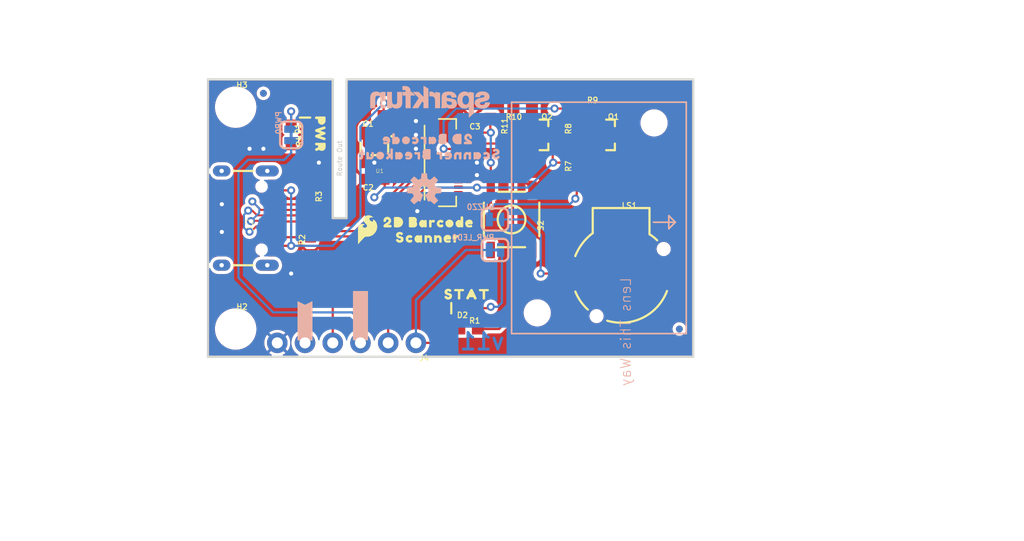
<source format=kicad_pcb>
(kicad_pcb (version 20221018) (generator pcbnew)
  (layers (0 "F.Cu" signal) (31 "B.Cu" signal) (34 "B.Paste" user) (35 "F.Paste" user) (36 "B.SilkS" user "B.Silkscreen") (37 "F.SilkS" user "F.Silkscreen") (38 "B.Mask" user) (39 "F.Mask" user) (44 "Edge.Cuts" user))
  (net 0 "")
  (net 1 "GND")
  (net 2 "3.3V")
  (net 3 "TXO")
  (net 4 "RXI")
  (net 5 "5V")
  (net 6 "CC3")
  (net 7 "CC4")
  (net 8 "BUZZER")
  (net 9 "STATUS_LED")
  (net 10 "~{SCAN_TRIGGER}")
  (net 11 "N$2")
  (net 12 "N$5")
  (net 13 "N$4")
  (net 14 "N$7")
  (net 15 "USB_N")
  (net 16 "USB_P")
  (net 17 "STATUS_OUT")
  (net 18 "N$8")
  (net 19 "N$1")
  (net 20 "N$3")
  (net 21 "N$6")
  (net 22 "N$9")
  (footprint "working:0603" (layer "F.Cu") (at 135.6741 102.4636 -90)
    (fp_text reference "R3" (at 0 -0.762 90) (layer "F.SilkS") (effects (font (size 0.512064 0.512064) (thickness 0.097536)) (justify right)))
    (fp_text value "5.1k")
    (pad "1" smd roundrect (at -0.85 0 270) (size 1.1 1) (layers "F.Cu" "F.Paste" "F.Mask") (roundrect_rratio 0.0508) (net 1 "GND"))
    (pad "2" smd roundrect (at 0.85 0 270) (size 1.1 1) (layers "F.Cu" "F.Paste" "F.Mask") (roundrect_rratio 0.0508) (net 6 "CC3"))
  )
  (footprint "working:##TRIG##0" (layer "F.Cu") (at 142.7861 111.2266 -90)
    (fp_text reference "U$1" hide)
    (fp_text value "" hide)
  )
  (footprint "working:STAND-OFF" (layer "F.Cu") (at 128.8161 115.1636)
    (fp_text reference "H2" (at 0 -2.032) (layer "F.SilkS") (effects (font (size 0.512064 0.512064) (thickness 0.097536)) (justify left)))
    (fp_text value "STAND-OFF")
    (pad "" np_thru_hole circle (at 0 0) (size 3.302 3.302) (drill 3.302) (layers "*.Cu" "*.Mask"))
  )
  (footprint "working:1X06_NO_SILK" (layer "F.Cu") (at 145.3261 116.4336 180)
    (fp_text reference "J4" (at -1.27 -1.397) (layer "F.SilkS") (effects (font (size 0.512064 0.512064) (thickness 0.097536)) (justify right)))
    (fp_text value "")
    (pad "1" thru_hole circle (at 0 0 270) (size 1.8796 1.8796) (drill 1.016) (layers "*.Cu" "*.Mask") (net 17 "STATUS_OUT"))
    (pad "2" thru_hole circle (at 2.54 0 270) (size 1.8796 1.8796) (drill 1.016) (layers "*.Cu" "*.Mask") (net 10 "~{SCAN_TRIGGER}"))
    (pad "3" thru_hole circle (at 5.08 0 270) (size 1.8796 1.8796) (drill 1.016) (layers "*.Cu" "*.Mask") (net 2 "3.3V"))
    (pad "4" thru_hole circle (at 7.62 0 270) (size 1.8796 1.8796) (drill 1.016) (layers "*.Cu" "*.Mask") (net 4 "RXI"))
    (pad "5" thru_hole circle (at 10.16 0 270) (size 1.8796 1.8796) (drill 1.016) (layers "*.Cu" "*.Mask") (net 3 "TXO"))
    (pad "6" thru_hole circle (at 12.7 0 270) (size 1.8796 1.8796) (drill 1.016) (layers "*.Cu" "*.Mask") (net 1 "GND"))
  )
  (footprint "working:USB-C-16P-2LAYER-PADS" (layer "F.Cu") (at 132.6261 105.0036 -90)
    (fp_text reference "J2" (at 0 2.54 90) (layer "F.SilkS") (effects (font (size 0.705917 0.705917) (thickness 0.056083)) (justify right)))
    (fp_text value "")
    (fp_poly (pts (xy -4.187285 -0.122834) (xy -4.065478 -0.07238) (xy -3.960881 0.007881) (xy -3.88062 0.112478) (xy -3.830166 0.234285) (xy -3.813 0.364672) (xy -3.813 1.465328) (xy -3.830166 1.595715) (xy -3.88062 1.717522) (xy -3.960881 1.822119) (xy -4.065478 1.90238) (xy -4.187285 1.952834) (xy -4.318 1.970043) (xy -4.448715 1.952834) (xy -4.570522 1.90238) (xy -4.675119 1.822119) (xy -4.755585 1.717255) (xy -4.823 1.465658) (xy -4.823 0.364672) (xy -4.805834 0.234285) (xy -4.75538 0.112478) (xy -4.675119 0.007881) (xy -4.570255 -0.072585) (xy -4.318333 -0.140087)) (fill solid) (layer "F.Cu"))
    (fp_poly (pts (xy -4.187285 4.307166) (xy -4.065478 4.35762) (xy -3.960881 4.437881) (xy -3.88062 4.542478) (xy -3.830166 4.664285) (xy -3.813 4.794672) (xy -3.813 5.395328) (xy -3.830166 5.525715) (xy -3.88062 5.647522) (xy -3.960881 5.752119) (xy -4.065478 5.83238) (xy -4.187285 5.882834) (xy -4.318 5.900043) (xy -4.448715 5.882834) (xy -4.570522 5.83238) (xy -4.675119 5.752119) (xy -4.755585 5.647255) (xy -4.823 5.395658) (xy -4.823 4.794672) (xy -4.805834 4.664285) (xy -4.75538 4.542478) (xy -4.675119 4.437881) (xy -4.570255 4.357415) (xy -4.318333 4.289913)) (fill solid) (layer "F.Cu"))
    (fp_poly (pts (xy 4.448715 -0.122834) (xy 4.570522 -0.07238) (xy 4.675119 0.007881) (xy 4.75538 0.112478) (xy 4.805834 0.234285) (xy 4.823 0.364672) (xy 4.823 1.465328) (xy 4.805834 1.595715) (xy 4.75538 1.717522) (xy 4.675119 1.822119) (xy 4.570522 1.90238) (xy 4.448715 1.952834) (xy 4.318 1.970043) (xy 4.187285 1.952834) (xy 4.065478 1.90238) (xy 3.960881 1.822119) (xy 3.880415 1.717255) (xy 3.813 1.465658) (xy 3.813 0.364672) (xy 3.830166 0.234285) (xy 3.88062 0.112478) (xy 3.960881 0.007881) (xy 4.065745 -0.072585) (xy 4.317667 -0.140087)) (fill solid) (layer "F.Cu"))
    (fp_poly (pts (xy 4.448715 4.307166) (xy 4.570522 4.35762) (xy 4.675119 4.437881) (xy 4.75538 4.542478) (xy 4.805834 4.664285) (xy 4.823 4.794672) (xy 4.823 5.395328) (xy 4.805834 5.525715) (xy 4.75538 5.647522) (xy 4.675119 5.752119) (xy 4.570522 5.83238) (xy 4.448715 5.882834) (xy 4.318 5.900043) (xy 4.187285 5.882834) (xy 4.065478 5.83238) (xy 3.960881 5.752119) (xy 3.880415 5.647255) (xy 3.813 5.395658) (xy 3.813 4.794672) (xy 3.830166 4.664285) (xy 3.88062 4.542478) (xy 3.960881 4.437881) (xy 4.065745 4.357415) (xy 4.317667 4.289913)) (fill solid) (layer "F.Cu"))
    (fp_poly (pts (xy -4.187285 -0.122834) (xy -4.065478 -0.07238) (xy -3.960881 0.007881) (xy -3.88062 0.112478) (xy -3.830166 0.234285) (xy -3.813 0.364672) (xy -3.813 1.465328) (xy -3.830166 1.595715) (xy -3.88062 1.717522) (xy -3.960881 1.822119) (xy -4.065478 1.90238) (xy -4.187285 1.952834) (xy -4.318333 1.970087) (xy -4.570255 1.902585) (xy -4.675119 1.822119) (xy -4.75538 1.717522) (xy -4.805834 1.595715) (xy -4.823 1.465328) (xy -4.823 0.364672) (xy -4.805834 0.234285) (xy -4.75538 0.112478) (xy -4.675119 0.007881) (xy -4.570522 -0.07238) (xy -4.448715 -0.122834) (xy -4.318 -0.140043)) (fill solid) (layer "B.Cu"))
    (fp_poly (pts (xy -4.187285 4.307166) (xy -4.065478 4.35762) (xy -3.960881 4.437881) (xy -3.88062 4.542478) (xy -3.830166 4.664285) (xy -3.813 4.794672) (xy -3.813 5.395328) (xy -3.830166 5.525715) (xy -3.88062 5.647522) (xy -3.960881 5.752119) (xy -4.065478 5.83238) (xy -4.187285 5.882834) (xy -4.318333 5.900087) (xy -4.570255 5.832585) (xy -4.675119 5.752119) (xy -4.75538 5.647522) (xy -4.805834 5.525715) (xy -4.823 5.395328) (xy -4.823 4.794672) (xy -4.805834 4.664285) (xy -4.75538 4.542478) (xy -4.675119 4.437881) (xy -4.570522 4.35762) (xy -4.448715 4.307166) (xy -4.318 4.289957)) (fill solid) (layer "B.Cu"))
    (fp_poly (pts (xy 4.448715 -0.122834) (xy 4.570522 -0.07238) (xy 4.675119 0.007881) (xy 4.75538 0.112478) (xy 4.805834 0.234285) (xy 4.823 0.364672) (xy 4.823 1.465328) (xy 4.805834 1.595715) (xy 4.75538 1.717522) (xy 4.675119 1.822119) (xy 4.570522 1.90238) (xy 4.448715 1.952834) (xy 4.317667 1.970087) (xy 4.065745 1.902585) (xy 3.960881 1.822119) (xy 3.88062 1.717522) (xy 3.830166 1.595715) (xy 3.813 1.465328) (xy 3.813 0.364672) (xy 3.830166 0.234285) (xy 3.88062 0.112478) (xy 3.960881 0.007881) (xy 4.065478 -0.07238) (xy 4.187285 -0.122834) (xy 4.318 -0.140043)) (fill solid) (layer "B.Cu"))
    (fp_poly (pts (xy 4.448715 4.307166) (xy 4.570522 4.35762) (xy 4.675119 4.437881) (xy 4.75538 4.542478) (xy 4.805834 4.664285) (xy 4.823 4.794672) (xy 4.823 5.395328) (xy 4.805834 5.525715) (xy 4.75538 5.647522) (xy 4.675119 5.752119) (xy 4.570522 5.83238) (xy 4.448715 5.882834) (xy 4.317667 5.900087) (xy 4.065745 5.832585) (xy 3.960881 5.752119) (xy 3.88062 5.647522) (xy 3.830166 5.525715) (xy 3.813 5.395328) (xy 3.813 4.794672) (xy 3.830166 4.664285) (xy 3.88062 4.542478) (xy 3.960881 4.437881) (xy 4.065478 4.35762) (xy 4.187285 4.307166) (xy 4.318 4.289957)) (fill solid) (layer "B.Cu"))
    (pad "" np_thru_hole circle (at -2.89 1.445 270) (size 0.65 0.65) (drill 0.65) (layers "*.Cu" "*.Mask"))
    (pad "" np_thru_hole circle (at 2.89 1.445 270) (size 0.65 0.65) (drill 0.65) (layers "*.Cu" "*.Mask"))
    (pad "A5" smd roundrect (at -1.25 0.34 90) (size 0.3 1) (layers "F.Cu" "F.Paste" "F.Mask") (roundrect_rratio 0.1693333333) (net 6 "CC3"))
    (pad "A6" smd roundrect (at -0.25 0.34 90) (size 0.3 1) (layers "F.Cu" "F.Paste" "F.Mask") (roundrect_rratio 0.1693333333) (net 16 "USB_P"))
    (pad "A7" smd roundrect (at 0.25 0.34 270) (size 0.3 1) (layers "F.Cu" "F.Paste" "F.Mask") (roundrect_rratio 0.1693333333) (net 15 "USB_N"))
    (pad "A8" smd roundrect (at 1.25 0.34 270) (size 0.3 1) (layers "F.Cu" "F.Paste" "F.Mask") (roundrect_rratio 0.1693333333))
    (pad "B5" smd roundrect (at 1.75 0.34 270) (size 0.3 1) (layers "F.Cu" "F.Paste" "F.Mask") (roundrect_rratio 0.1693333333) (net 7 "CC4"))
    (pad "B6" smd roundrect (at 0.75 0.34 270) (size 0.3 1) (layers "F.Cu" "F.Paste" "F.Mask") (roundrect_rratio 0.1693333333) (net 16 "USB_P"))
    (pad "B7" smd roundrect (at -0.75 0.34 90) (size 0.3 1) (layers "F.Cu" "F.Paste" "F.Mask") (roundrect_rratio 0.1693333333) (net 15 "USB_N"))
    (pad "B8" smd roundrect (at -1.75 0.34 90) (size 0.3 1) (layers "F.Cu" "F.Paste" "F.Mask") (roundrect_rratio 0.1693333333))
    (pad "GND" smd roundrect (at -3.225 0.34 90) (size 0.6 1) (layers "F.Cu" "F.Paste" "F.Mask") (roundrect_rratio 0.08466666667) (net 1 "GND"))
    (pad "GND2" smd roundrect (at 3.225 0.34 270) (size 0.6 1) (layers "F.Cu" "F.Paste" "F.Mask") (roundrect_rratio 0.08466666667) (net 1 "GND"))
    (pad "SHLD1" thru_hole oval (at -4.318 0.915) (size 1.2 0.6) (drill 0.4) (layers "*.Cu"))
    (pad "SHLD2" thru_hole oval (at 4.318 0.915) (size 1.2 0.6) (drill 0.4) (layers "*.Cu"))
    (pad "SHLD3" thru_hole oval (at -4.318 5.095) (size 1.2 0.6) (drill 0.4) (layers "*.Cu"))
    (pad "SHLD4" thru_hole oval (at 4.318 5.095) (size 1.2 0.6) (drill 0.4) (layers "*.Cu"))
    (pad "VBUS1" smd roundrect (at -2.45 0.34 90) (size 0.6 1) (layers "F.Cu" "F.Paste" "F.Mask") (roundrect_rratio 0.08466666667) (net 5 "5V"))
    (pad "VBUS2" smd roundrect (at 2.45 0.34 270) (size 0.6 1) (layers "F.Cu" "F.Paste" "F.Mask") (roundrect_rratio 0.08466666667) (net 5 "5V"))
  )
  (footprint "working:TACTILE_SWITCH_SMD_5.2MM" (layer "F.Cu") (at 154.0891 105.1306 -90)
    (fp_text reference "S2" (at 0 -2.667 90) (layer "F.SilkS") (effects (font (size 0.512064 0.512064) (thickness 0.097536)) (justify right)))
    (fp_text value "MOMENTARY-SWITCH-SPST-SMD-5.2MM-TALL")
    (pad "1" smd roundrect (at -2.794 -1.905) (size 0.762 1.524) (layers "F.Cu" "F.Paste" "F.Mask") (roundrect_rratio 0.06666666667) (net 1 "GND"))
    (pad "2" smd roundrect (at 2.794 -1.905) (size 0.762 1.524) (layers "F.Cu" "F.Paste" "F.Mask") (roundrect_rratio 0.06666666667))
    (pad "3" smd roundrect (at -2.794 1.905) (size 0.762 1.524) (layers "F.Cu" "F.Paste" "F.Mask") (roundrect_rratio 0.06666666667) (net 10 "~{SCAN_TRIGGER}"))
    (pad "4" smd roundrect (at 2.794 1.905) (size 0.762 1.524) (layers "F.Cu" "F.Paste" "F.Mask") (roundrect_rratio 0.06666666667))
  )
  (footprint "working:SOT23-3" (layer "F.Cu") (at 162.8521 97.3836 -90)
    (fp_text reference "Q1" (at -1.651 0) (layer "F.SilkS") (effects (font (size 0.512064 0.512064) (thickness 0.097536)) (justify left)))
    (fp_text value "600mA/40V")
    (pad "1" smd roundrect (at -0.95 1 270) (size 0.8 0.9) (layers "F.Cu" "F.Paste" "F.Mask") (roundrect_rratio 0.0635) (net 12 "N$5"))
    (pad "2" smd roundrect (at 0.95 1 270) (size 0.8 0.9) (layers "F.Cu" "F.Paste" "F.Mask") (roundrect_rratio 0.0635) (net 1 "GND"))
    (pad "3" smd roundrect (at 0 -1.1 270) (size 0.8 0.9) (layers "F.Cu" "F.Paste" "F.Mask") (roundrect_rratio 0.0635) (net 11 "N$2"))
  )
  (footprint "working:PWR0" (layer "F.Cu") (at 136.5631 94.9706 -90)
    (fp_text reference "U$8" hide)
    (fp_text value "" hide)
  )
  (footprint "working:0603" (layer "F.Cu") (at 135.6741 107.5436 90)
    (fp_text reference "R2" (at 0 -0.762 90) (layer "F.SilkS") (effects (font (size 0.512064 0.512064) (thickness 0.097536)) (justify left)))
    (fp_text value "5.1k")
    (pad "1" smd roundrect (at -0.85 0 90) (size 1.1 1) (layers "F.Cu" "F.Paste" "F.Mask") (roundrect_rratio 0.0508) (net 1 "GND"))
    (pad "2" smd roundrect (at 0.85 0 90) (size 1.1 1) (layers "F.Cu" "F.Paste" "F.Mask") (roundrect_rratio 0.0508) (net 7 "CC4"))
  )
  (footprint "working:0603" (layer "F.Cu") (at 150.1521 115.1636)
    (fp_text reference "R1" (at 0 -0.762) (layer "F.SilkS") (effects (font (size 0.512064 0.512064) (thickness 0.097536)) (justify left)))
    (fp_text value "100")
    (pad "1" smd roundrect (at -0.85 0) (size 1.1 1) (layers "F.Cu" "F.Paste" "F.Mask") (roundrect_rratio 0.0508) (net 17 "STATUS_OUT"))
    (pad "2" smd roundrect (at 0.85 0) (size 1.1 1) (layers "F.Cu" "F.Paste" "F.Mask") (roundrect_rratio 0.0508) (net 13 "N$4"))
  )
  (footprint "working:2D_BARCODE0" (layer "F.Cu") (at 141.6431 105.3846)
    (fp_text reference "U$17" hide)
    (fp_text value "" hide)
  )
  (footprint "working:0603" (layer "F.Cu") (at 141.5161 101.4476 180)
    (fp_text reference "C2" (at 0 -0.762) (layer "F.SilkS") (effects (font (size 0.512064 0.512064) (thickness 0.097536)) (justify right)))
    (fp_text value "1.0uF")
    (pad "1" smd roundrect (at -0.85 0 180) (size 1.1 1) (layers "F.Cu" "F.Paste" "F.Mask") (roundrect_rratio 0.0508) (net 2 "3.3V"))
    (pad "2" smd roundrect (at 0.85 0 180) (size 1.1 1) (layers "F.Cu" "F.Paste" "F.Mask") (roundrect_rratio 0.0508) (net 1 "GND"))
  )
  (footprint "working:LED-0603" (layer "F.Cu") (at 135.1661 97.3836 90)
    (fp_text reference "D1" (at 0 -0.635 90) (layer "F.SilkS") (effects (font (size 0.512064 0.512064) (thickness 0.097536)) (justify left)))
    (fp_text value "RED")
    (pad "A" smd roundrect (at -0.877 0) (size 1 1) (layers "F.Cu" "F.Paste" "F.Mask") (roundrect_rratio 0.15) (net 22 "N$9"))
    (pad "C" smd roundrect (at 0.877 0) (size 1 1) (layers "F.Cu" "F.Paste" "F.Mask") (roundrect_rratio 0.15) (net 1 "GND"))
  )
  (footprint "working:SOT23-3" (layer "F.Cu") (at 156.7561 97.3836 -90)
    (fp_text reference "Q2" (at -1.651 0) (layer "F.SilkS") (effects (font (size 0.512064 0.512064) (thickness 0.097536)) (justify left)))
    (fp_text value "600mA/40V")
    (pad "1" smd roundrect (at -0.95 1 270) (size 0.8 0.9) (layers "F.Cu" "F.Paste" "F.Mask") (roundrect_rratio 0.0635) (net 14 "N$7"))
    (pad "2" smd roundrect (at 0.95 1 270) (size 0.8 0.9) (layers "F.Cu" "F.Paste" "F.Mask") (roundrect_rratio 0.0635) (net 13 "N$4"))
    (pad "3" smd roundrect (at 0 -1.1 270) (size 0.8 0.9) (layers "F.Cu" "F.Paste" "F.Mask") (roundrect_rratio 0.0635) (net 2 "3.3V"))
  )
  (footprint "working:CREATIVE_COMMONS" (layer "F.Cu") (at 127.5461 127.8636)
    (fp_text reference "FRAME1" hide)
    (fp_text value "FRAME-LETTER" hide)
  )
  (footprint "working:#TX_#0" (layer "F.Cu") (at 135.1661 112.6236 -90)
    (fp_text reference "U$26" hide)
    (fp_text value "" hide)
  )
  (footprint "working:0603" (layer "F.Cu") (at 160.0581 100.8126 90)
    (fp_text reference "R7" (at 0 -0.762 90) (layer "F.SilkS") (effects (font (size 0.512064 0.512064) (thickness 0.097536)) (justify left)))
    (fp_text value "10")
    (pad "1" smd roundrect (at -0.85 0 90) (size 1.1 1) (layers "F.Cu" "F.Paste" "F.Mask") (roundrect_rratio 0.0508) (net 19 "N$1"))
    (pad "2" smd roundrect (at 0.85 0 90) (size 1.1 1) (layers "F.Cu" "F.Paste" "F.Mask") (roundrect_rratio 0.0508) (net 2 "3.3V"))
  )
  (footprint "working:0603" (layer "F.Cu") (at 141.5161 95.6056 180)
    (fp_text reference "C1" (at 0 -0.762) (layer "F.SilkS") (effects (font (size 0.512064 0.512064) (thickness 0.097536)) (justify right)))
    (fp_text value "1.0uF")
    (pad "1" smd roundrect (at -0.85 0 180) (size 1.1 1) (layers "F.Cu" "F.Paste" "F.Mask") (roundrect_rratio 0.0508) (net 5 "5V"))
    (pad "2" smd roundrect (at 0.85 0 180) (size 1.1 1) (layers "F.Cu" "F.Paste" "F.Mask") (roundrect_rratio 0.0508) (net 1 "GND"))
  )
  (footprint "working:#GND_#0" (layer "F.Cu") (at 132.6261 111.6076 -90)
    (fp_text reference "U$32" hide)
    (fp_text value "" hide)
  )
  (footprint "working:SCANNER0" (layer "F.Cu") (at 142.7861 106.7816)
    (fp_text reference "U$19" hide)
    (fp_text value "" hide)
  )
  (footprint "working:STAND-OFF" (layer "F.Cu") (at 128.8161 94.8436)
    (fp_text reference "H3" (at 0 -2.032) (layer "F.SilkS") (effects (font (size 0.512064 0.512064) (thickness 0.097536)) (justify left)))
    (fp_text value "STAND-OFF")
    (pad "" np_thru_hole circle (at 0 0) (size 3.302 3.302) (drill 3.302) (layers "*.Cu" "*.Mask"))
  )
  (footprint "working:#RX_#0" (layer "F.Cu") (at 137.7061 112.6236 -90)
    (fp_text reference "U$30" hide)
    (fp_text value "" hide)
  )
  (footprint "working:BUZZER-CCV" (layer "F.Cu") (at 164.1221 110.0836 180)
    (fp_text reference "LS1" (at 0 6.223) (layer "F.SilkS") (effects (font (size 0.512064 0.512064) (thickness 0.097536)) (justify left)))
    (fp_text value "BUZZER-SMD")
    (pad "" np_thru_hole circle (at -3.9 2.25 180) (size 0.8 0.8) (drill 0.8) (layers "*.Cu" "*.Mask"))
    (pad "" np_thru_hole circle (at 2.25 -3.9 180) (size 0.8 0.8) (drill 0.8) (layers "*.Cu" "*.Mask"))
    (pad "+" smd roundrect (at 4 0 180) (size 3.2 2.5) (layers "F.Cu" "F.Paste" "F.Mask") (roundrect_rratio 0.02032) (net 20 "N$3"))
    (pad "-" smd roundrect (at -4 0 180) (size 3.2 2.5) (layers "F.Cu" "F.Paste" "F.Mask") (roundrect_rratio 0.02032) (net 11 "N$2"))
  )
  (footprint "working:STAT0" (layer "F.Cu") (at 147.2311 111.9886)
    (fp_text reference "U$3" hide)
    (fp_text value "" hide)
  )
  (footprint "working:FIDUCIAL-MICRO" (layer "F.Cu") (at 169.4561 115.1636)
    (fp_text reference "FD2" hide)
    (fp_text value "FIDUCIALUFIDUCIAL" hide)
    (pad "1" smd roundrect (at 0 0) (size 0.635 0.635) (layers "F.Cu" "F.Mask") (roundrect_rratio 0.5))
  )
  (footprint "working:SOT23-5" (layer "F.Cu") (at 141.5161 98.5266 180)
    (fp_text reference "U1" (at -0.889 -2.159) (layer "F.SilkS") (effects (font (size 0.367386 0.367386) (thickness 0.039014)) (justify right)))
    (fp_text value "3.3V")
    (pad "1" smd roundrect (at -0.95 1.3001 180) (size 0.55 1.2) (layers "F.Cu" "F.Paste" "F.Mask") (roundrect_rratio 0.09236363636) (net 5 "5V"))
    (pad "2" smd roundrect (at 0 1.3001 180) (size 0.55 1.2) (layers "F.Cu" "F.Paste" "F.Mask") (roundrect_rratio 0.09236363636) (net 1 "GND"))
    (pad "3" smd roundrect (at 0.95 1.3001 180) (size 0.55 1.2) (layers "F.Cu" "F.Paste" "F.Mask") (roundrect_rratio 0.09236363636) (net 5 "5V"))
    (pad "4" smd roundrect (at 0.95 -1.3001 180) (size 0.55 1.2) (layers "F.Cu" "F.Paste" "F.Mask") (roundrect_rratio 0.09236363636))
    (pad "5" smd roundrect (at -0.95 -1.3001 180) (size 0.55 1.2) (layers "F.Cu" "F.Paste" "F.Mask") (roundrect_rratio 0.09236363636) (net 2 "3.3V"))
  )
  (footprint "working:0603" (layer "F.Cu") (at 160.9471 94.9706)
    (fp_text reference "R9" (at 0 -0.762) (layer "F.SilkS") (effects (font (size 0.512064 0.512064) (thickness 0.097536)) (justify left)))
    (fp_text value "1k")
    (pad "1" smd roundrect (at -0.85 0) (size 1.1 1) (layers "F.Cu" "F.Paste" "F.Mask") (roundrect_rratio 0.0508) (net 8 "BUZZER"))
    (pad "2" smd roundrect (at 0.85 0) (size 1.1 1) (layers "F.Cu" "F.Paste" "F.Mask") (roundrect_rratio 0.0508) (net 12 "N$5"))
  )
  (footprint "working:#3#3V_#0" (layer "F.Cu") (at 140.2461 111.3536 -90)
    (fp_text reference "U$28" hide)
    (fp_text value "" hide)
  )
  (footprint "working:FPC_12_0.5MM" (layer "F.Cu") (at 147.8661 99.9236 -90)
    (fp_text reference "J3" hide)
    (fp_text value "" hide)
    (pad "1" smd roundrect (at -2.75 -1.35 270) (size 0.3 0.8) (layers "F.Cu" "F.Mask") (roundrect_rratio 0.1693333333) (net 10 "~{SCAN_TRIGGER}"))
    (pad "2" smd roundrect (at -2.25 -1.35 270) (size 0.3 0.8) (layers "F.Cu" "F.Mask") (roundrect_rratio 0.1693333333))
    (pad "3" smd roundrect (at -1.75 -1.35 270) (size 0.3 0.8) (layers "F.Cu" "F.Mask") (roundrect_rratio 0.1693333333) (net 9 "STATUS_LED"))
    (pad "4" smd roundrect (at -1.25 -1.35 270) (size 0.3 0.8) (layers "F.Cu" "F.Mask") (roundrect_rratio 0.1693333333) (net 8 "BUZZER"))
    (pad "5" smd roundrect (at -0.75 -1.35 270) (size 0.3 0.8) (layers "F.Cu" "F.Mask") (roundrect_rratio 0.1693333333))
    (pad "6" smd roundrect (at -0.25 -1.35 270) (size 0.3 0.8) (layers "F.Cu" "F.Mask") (roundrect_rratio 0.1693333333) (net 16 "USB_P"))
    (pad "7" smd roundrect (at 0.25 -1.35 270) (size 0.3 0.8) (layers "F.Cu" "F.Mask") (roundrect_rratio 0.1693333333) (net 15 "USB_N"))
    (pad "8" smd roundrect (at 0.75 -1.35 270) (size 0.3 0.8) (layers "F.Cu" "F.Mask") (roundrect_rratio 0.1693333333) (net 3 "TXO"))
    (pad "9" smd roundrect (at 1.25 -1.35 270) (size 0.3 0.8) (layers "F.Cu" "F.Mask") (roundrect_rratio 0.1693333333) (net 4 "RXI"))
    (pad "10" smd roundrect (at 1.75 -1.35 270) (size 0.3 0.8) (layers "F.Cu" "F.Mask") (roundrect_rratio 0.1693333333) (net 1 "GND"))
    (pad "11" smd roundrect (at 2.25 -1.35 270) (size 0.3 0.8) (layers "F.Cu" "F.Mask") (roundrect_rratio 0.1693333333) (net 2 "3.3V"))
    (pad "12" smd roundrect (at 2.75 -1.35 270) (size 0.3 0.8) (layers "F.Cu" "F.Mask") (roundrect_rratio 0.1693333333))
    (pad "MP1" smd roundrect (at -3.75 1.15 270) (size 0.4 0.8) (layers "F.Cu" "F.Paste" "F.Mask") (roundrect_rratio 0.127))
    (pad "MP2" smd roundrect (at 3.75 1.15 270) (size 0.4 0.8) (layers "F.Cu" "F.Paste" "F.Mask") (roundrect_rratio 0.127))
  )
  (footprint "working:0603" (layer "F.Cu") (at 160.0581 97.3836 90)
    (fp_text reference "R8" (at 0 -0.762 90) (layer "F.SilkS") (effects (font (size 0.512064 0.512064) (thickness 0.097536)) (justify left)))
    (fp_text value "10k")
    (pad "1" smd roundrect (at -0.85 0 90) (size 1.1 1) (layers "F.Cu" "F.Paste" "F.Mask") (roundrect_rratio 0.0508) (net 1 "GND"))
    (pad "2" smd roundrect (at 0.85 0 90) (size 1.1 1) (layers "F.Cu" "F.Paste" "F.Mask") (roundrect_rratio 0.0508) (net 12 "N$5"))
  )
  (footprint "working:SFE_LOGO_FLAME_.1" (layer "F.Cu") (at 140.8811 106.0196)
    (fp_text reference "LOGO2" hide)
    (fp_text value "SFE_LOGO_FLAME.1_INCH" hide)
  )
  (footprint "working:#STAT_#0" (layer "F.Cu") (at 145.3261 110.5916 -90)
    (fp_text reference "U$2" hide)
    (fp_text value "" hide)
  )
  (footprint "working:LED-0603" (layer "F.Cu") (at 150.1521 113.2586 180)
    (fp_text reference "D2" (at 0 -0.635) (layer "F.SilkS") (effects (font (size 0.512064 0.512064) (thickness 0.097536)) (justify right)))
    (fp_text value "GREEN")
    (pad "A" smd roundrect (at -0.877 0 90) (size 1 1) (layers "F.Cu" "F.Paste" "F.Mask") (roundrect_rratio 0.15) (net 18 "N$8"))
    (pad "C" smd roundrect (at 0.877 0 90) (size 1 1) (layers "F.Cu" "F.Paste" "F.Mask") (roundrect_rratio 0.15) (net 1 "GND"))
  )
  (footprint "working:0603" (layer "F.Cu") (at 151.2951 95.8596 180)
    (fp_text reference "C3" (at 0 -0.762) (layer "F.SilkS") (effects (font (size 0.512064 0.512064) (thickness 0.097536)) (justify right)))
    (fp_text value "0.1uF")
    (pad "1" smd roundrect (at -0.85 0 180) (size 1.1 1) (layers "F.Cu" "F.Paste" "F.Mask") (roundrect_rratio 0.0508) (net 10 "~{SCAN_TRIGGER}"))
    (pad "2" smd roundrect (at 0.85 0 180) (size 1.1 1) (layers "F.Cu" "F.Paste" "F.Mask") (roundrect_rratio 0.0508) (net 1 "GND"))
  )
  (footprint "working:0603" (layer "F.Cu") (at 133.8961 97.3836 -90)
    (fp_text reference "R4" (at 0 -0.762 90) (layer "F.SilkS") (effects (font (size 0.512064 0.512064) (thickness 0.097536)) (justify right)))
    (fp_text value "1k")
    (pad "1" smd roundrect (at -0.85 0 270) (size 1.1 1) (layers "F.Cu" "F.Paste" "F.Mask") (roundrect_rratio 0.0508) (net 21 "N$6"))
    (pad "2" smd roundrect (at 0.85 0 270) (size 1.1 1) (layers "F.Cu" "F.Paste" "F.Mask") (roundrect_rratio 0.0508) (net 22 "N$9"))
  )
  (footprint "working:FIDUCIAL-MICRO" (layer "F.Cu") (at 131.3561 93.5736)
    (fp_text reference "FD1" hide)
    (fp_text value "FIDUCIALUFIDUCIAL" hide)
    (pad "1" smd roundrect (at 0 0) (size 0.635 0.635) (layers "F.Cu" "F.Mask") (roundrect_rratio 0.5))
  )
  (footprint "working:#SCAN#0" (layer "F.Cu") (at 157.3911 102.4636 -90)
    (fp_text reference "U$4" hide)
    (fp_text value "" hide)
  )
  (footprint "working:0603" (layer "F.Cu") (at 155.1051 94.9706 180)
    (fp_text reference "R10" (at 0 -0.762) (layer "F.SilkS") (effects (font (size 0.512064 0.512064) (thickness 0.097536)) (justify right)))
    (fp_text value "10k")
    (pad "1" smd roundrect (at -0.85 0 180) (size 1.1 1) (layers "F.Cu" "F.Paste" "F.Mask") (roundrect_rratio 0.0508) (net 1 "GND"))
    (pad "2" smd roundrect (at 0.85 0 180) (size 1.1 1) (layers "F.Cu" "F.Paste" "F.Mask") (roundrect_rratio 0.0508) (net 14 "N$7"))
  )
  (footprint "working:0603" (layer "F.Cu") (at 154.2161 97.3836 90)
    (fp_text reference "R11" (at 0 -0.762 90) (layer "F.SilkS") (effects (font (size 0.512064 0.512064) (thickness 0.097536)) (justify left)))
    (fp_text value "1k")
    (pad "1" smd roundrect (at -0.85 0 90) (size 1.1 1) (layers "F.Cu" "F.Paste" "F.Mask") (roundrect_rratio 0.0508) (net 9 "STATUS_LED"))
    (pad "2" smd roundrect (at 0.85 0 90) (size 1.1 1) (layers "F.Cu" "F.Paste" "F.Mask") (roundrect_rratio 0.0508) (net 14 "N$7"))
  )
  (footprint "working:SMT-JUMPER_2_NC_TRACE_SILK" (layer "B.Cu") (at 152.5651 105.1306 180)
    (fp_text reference "BUZZ0" (at 0 1.143) (layer "B.SilkS") (effects (font (size 0.512064 0.512064) (thickness 0.097536)) (justify left mirror)))
    (fp_text value "JUMPER-SMT_2_NC_TRACE_SILK")
    (fp_poly (pts (xy 0.1905 -0.13335) (xy -0.70485 -0.13335) (xy -0.70485 0.13335) (xy 0.1905 0.13335)) (fill solid) (layer "B.Cu"))
    (pad "1" smd roundrect (at -0.5207 0 180) (size 0.6604 1.27) (layers "B.Cu" "B.Mask") (roundrect_rratio 0.07692307692) (net 20 "N$3"))
    (pad "2" smd roundrect (at 0.5207 0 180) (size 0.6604 1.27) (layers "B.Cu" "B.Mask") (roundrect_rratio 0.07692307692) (net 19 "N$1"))
  )
  (footprint "working:#LED#0" (layer "B.Cu") (at 133.8961 98.2726 -90)
    (fp_text reference "U$9" hide)
    (fp_text value "" hide)
  )
  (footprint "working:#STAT_LED#0" (layer "B.Cu") (at 151.6761 107.9246 180)
    (fp_text reference "U$6" hide)
    (fp_text value "" hide)
  )
  (footprint "working:OSHW-LOGO-S" (layer "B.Cu") (at 146.0881 102.4636 180)
    (fp_text reference "LOGO1" hide)
    (fp_text value "OSHW-LOGOS" hide)
  )
  (footprint "working:FIDUCIAL-MICRO" (layer "B.Cu") (at 169.4561 115.1636 180)
    (fp_text reference "FD3" hide)
    (fp_text value "FIDUCIALUFIDUCIAL" hide)
    (pad "1" smd roundrect (at 0 0 180) (size 0.635 0.635) (layers "B.Cu" "B.Mask") (roundrect_rratio 0.5))
  )
  (footprint "working:SCANNER_BREAKOUT0" (layer "B.Cu") (at 153.7081 99.1616 180)
    (fp_text reference "U$20" hide)
    (fp_text value "" hide)
  )
  (footprint "working:SMT-JUMPER_2_NC_TRACE_SILK" (layer "B.Cu") (at 133.8961 97.3836 -90)
    (fp_text reference "PWR0" (at 0 1.143 -270) (layer "B.SilkS") (effects (font (size 0.512064 0.512064) (thickness 0.097536)) (justify right mirror)))
    (fp_text value "JUMPER-SMT_2_NC_TRACE_SILK")
    (fp_poly (pts (xy 0.1905 -0.13335) (xy -0.70485 -0.13335) (xy -0.70485 0.13335) (xy 0.1905 0.13335)) (fill solid) (layer "B.Cu"))
    (pad "1" smd roundrect (at -0.5207 0 270) (size 0.6604 1.27) (layers "B.Cu" "B.Mask") (roundrect_rratio 0.07692307692) (net 21 "N$6"))
    (pad "2" smd roundrect (at 0.5207 0 270) (size 0.6604 1.27) (layers "B.Cu" "B.Mask") (roundrect_rratio 0.07692307692) (net 2 "3.3V"))
  )
  (footprint "working:BARCODE_SCANNER_MOUNT" (layer "B.Cu") (at 162.0901 105.3846)
    (fp_text reference "U2" hide)
    (fp_text value "BARCODE_SCANNER_MOUNT" hide)
    (fp_text user "Lens This Way" (at 3 5 -90) (layer "B.SilkS") (effects (font (size 0.93472 0.93472) (thickness 0.08128)) (justify left bottom mirror)))
    (pad "" np_thru_hole circle (at -5.65 8.3) (size 2 2) (drill 2) (layers "*.Cu" "*.Mask"))
    (pad "" np_thru_hole circle (at 5.05 -9.1) (size 2 2) (drill 2) (layers "*.Cu" "*.Mask"))
  )
  (footprint "working:SMT-JUMPER_2_NC_TRACE_SILK" (layer "B.Cu") (at 152.5651 107.9246 180)
    (fp_text reference "PWR_LED0" (at 0 1.143) (layer "B.SilkS") (effects (font (size 0.512064 0.512064) (thickness 0.097536)) (justify left mirror)))
    (fp_text value "JUMPER-SMT_2_NC_TRACE_SILK")
    (fp_poly (pts (xy 0.1905 -0.13335) (xy -0.70485 -0.13335) (xy -0.70485 0.13335) (xy 0.1905 0.13335)) (fill solid) (layer "B.Cu"))
    (pad "1" smd roundrect (at -0.5207 0 180) (size 0.6604 1.27) (layers "B.Cu" "B.Mask") (roundrect_rratio 0.07692307692) (net 18 "N$8"))
    (pad "2" smd roundrect (at 0.5207 0 180) (size 0.6604 1.27) (layers "B.Cu" "B.Mask") (roundrect_rratio 0.07692307692) (net 17 "STATUS_OUT"))
  )
  (footprint "working:#BUZZ#0" (layer "B.Cu") (at 151.6761 105.1306 180)
    (fp_text reference "U$5" hide)
    (fp_text value "" hide)
  )
  (footprint "working:#TX_#0" (layer "B.Cu") (at 135.1661 112.6236 -90)
    (fp_text reference "U$27" hide)
    (fp_text value "" hide)
  )
  (footprint "working:#3#3V_#0" (layer "B.Cu") (at 140.2461 111.3536 -90)
    (fp_text reference "U$29" hide)
    (fp_text value "" hide)
  )
  (footprint "working:2D_BARCODE0" (layer "B.Cu") (at 151.1681 97.7646 180)
    (fp_text reference "U$18" hide)
    (fp_text value "" hide)
  )
  (footprint "working:#GND_#0" (layer "B.Cu") (at 132.6261 111.6076 -90)
    (fp_text reference "U$33" hide)
    (fp_text value "" hide)
  )
  (footprint "working:##TRIG##0" (layer "B.Cu") (at 142.7861 111.2266 -90)
    (fp_text reference "U$7" hide)
    (fp_text value "" hide)
  )
  (footprint "working:#STAT_#0" (layer "B.Cu") (at 145.3261 110.5916 -90)
    (fp_text reference "U$21" hide)
    (fp_text value "" hide)
  )
  (footprint "working:#RX_#0" (layer "B.Cu") (at 137.7061 112.6236 -90)
    (fp_text reference "U$31" hide)
    (fp_text value "" hide)
  )
  (footprint "working:SFE_LOGO_NAME_.1" (layer "B.Cu") (at 146.5961 94.3356 180)
    (fp_text reference "LOGO3" hide)
    (fp_text value "SFE_LOGO_NAME.1_INCH" hide)
  )
  (footprint "working:FIDUCIAL-MICRO" (layer "B.Cu") (at 131.3561 93.5736 180)
    (fp_text reference "FD4" hide)
    (fp_text value "FIDUCIALUFIDUCIAL" hide)
    (pad "1" smd roundrect (at 0 0 180) (size 0.635 0.635) (layers "B.Cu" "B.Mask") (roundrect_rratio 0.5))
  )
  (gr_line (start 170.7261 117.7036) (end 170.7261 92.3036) (stroke (width 0.2032)) (layer "Edge.Cuts"))
  (gr_line (start 137.7061 92.3036) (end 126.2761 92.3036) (stroke (width 0.2032)) (layer "Edge.Cuts"))
  (gr_line (start 137.7061 92.3036) (end 137.7061 105.0036) (stroke (width 0.2032)) (layer "Edge.Cuts"))
  (gr_line (start 170.7261 92.3036) (end 138.9761 92.3036) (stroke (width 0.2032)) (layer "Edge.Cuts"))
  (gr_line (start 126.2761 92.3036) (end 126.2761 117.7036) (stroke (width 0.2032)) (layer "Edge.Cuts"))
  (gr_line (start 137.7061 105.0036) (end 138.9761 105.0036) (stroke (width 0.2032)) (layer "Edge.Cuts"))
  (gr_line (start 126.2761 117.7036) (end 170.7261 117.7036) (stroke (width 0.2032)) (layer "Edge.Cuts"))
  (gr_line (start 138.9761 105.0036) (end 138.9761 92.3036) (stroke (width 0.2032)) (layer "Edge.Cuts"))
  (gr_text "v11" (at 153.5811 117.1956) (layer "B.Cu") (effects (font (size 1.5113 1.5113) (thickness 0.2667)) (justify left bottom mirror)))
  (gr_text "Route Out" (at 138.3411 99.5426 90) (layer "Edge.Cuts") (effects (font (size 0.4318 0.4318) (thickness 0.0762))))
  (segment (start 141.5161 96.4556) (end 141.5161 97.2265) (width 0.2032) (layer "F.Cu") (net 1))
  (segment (start 141.5161 100.5976) (end 141.5161 99.9236) (width 0.2032) (layer "F.Cu") (net 1))
  (segment (start 140.6661 95.6056) (end 141.5161 96.4556) (width 0.2032) (layer "F.Cu") (net 1))
  (segment (start 149.2161 101.6736) (end 150.3071 101.6736) (width 0.2032) (layer "F.Cu") (net 1))
  (segment (start 140.6661 101.4476) (end 141.5161 100.5976) (width 0.2032) (layer "F.Cu") (net 1))
  (segment (start 150.3071 101.6736) (end 150.9141 101.0666) (width 0.2032) (layer "F.Cu") (net 1))
  (via (at 131.3561 98.6536) (size 0.7366) (drill 0.381) (layers "F.Cu" "B.Cu") (net 1))
  (via (at 145.3261 97.3836) (size 0.7366) (drill 0.381) (layers "F.Cu" "B.Cu") (net 1))
  (via (at 145.4531 104.3686) (size 0.7366) (drill 0.381) (layers "F.Cu" "B.Cu") (net 1))
  (via (at 133.8961 110.0836) (size 0.7366) (drill 0.381) (layers "F.Cu" "B.Cu") (net 1))
  (via (at 145.3261 96.1136) (size 0.7366) (drill 0.381) (layers "F.Cu" "B.Cu") (net 1))
  (via (at 150.9141 101.0666) (size 0.7366) (drill 0.381) (layers "F.Cu" "B.Cu") (net 1))
  (via (at 127.5461 106.2736) (size 0.7366) (drill 0.381) (layers "F.Cu" "B.Cu") (net 1))
  (via (at 136.4361 99.9236) (size 0.7366) (drill 0.381) (layers "F.Cu" "B.Cu") (net 1))
  (via (at 127.5461 103.7336) (size 0.7366) (drill 0.381) (layers "F.Cu" "B.Cu") (net 1))
  (via (at 145.3261 98.6536) (size 0.7366) (drill 0.381) (layers "F.Cu" "B.Cu") (net 1))
  (via (at 150.9141 99.9236) (size 0.7366) (drill 0.381) (layers "F.Cu" "B.Cu") (net 1))
  (via (at 130.0861 98.6536) (size 0.7366) (drill 0.381) (layers "F.Cu" "B.Cu") (net 1))
  (via (at 141.5161 99.9236) (size 0.7366) (drill 0.381) (layers "F.Cu" "B.Cu") (net 1))
  (segment (start 149.1801 102.2096) (end 146.2151 102.2096) (width 0.2032) (layer "F.Cu") (net 2))
  (segment (start 142.4661 99.8267) (end 142.4661 101.3476) (width 0.2032) (layer "F.Cu") (net 2))
  (segment (start 141.5161 103.0986) (end 142.4661 102.1486) (width 0.2032) (layer "F.Cu") (net 2))
  (segment (start 149.2521 102.2096) (end 149.2161 102.1736) (width 0.2032) (layer "F.Cu") (net 2))
  (segment (start 157.8561 97.3836) (end 157.8561 99.8806) (width 0.2032) (layer "F.Cu") (net 2))
  (segment (start 142.4661 101.3476) (end 142.3661 101.4476) (width 0.2032) (layer "F.Cu") (net 2))
  (segment (start 146.2151 102.2096) (end 140.2461 108.1786) (width 0.2032) (layer "F.Cu") (net 2))
  (segment (start 160.0191 99.9236) (end 157.8991 99.9236) (width 0.2032) (layer "F.Cu") (net 2))
  (segment (start 160.0581 99.9626) (end 160.0191 99.9236) (width 0.2032) (layer "F.Cu") (net 2))
  (segment (start 149.2161 102.1736) (end 149.1801 102.2096) (width 0.2032) (layer "F.Cu") (net 2))
  (segment (start 157.8561 99.8806) (end 157.8991 99.9236) (width 0.2032) (layer "F.Cu") (net 2))
  (segment (start 142.4661 102.1486) (end 142.4661 101.3476) (width 0.2032) (layer "F.Cu") (net 2))
  (segment (start 140.2461 108.1786) (end 140.2461 116.4336) (width 0.2032) (layer "F.Cu") (net 2))
  (segment (start 150.9141 102.2096) (end 149.2521 102.2096) (width 0.2032) (layer "F.Cu") (net 2))
  (via (at 150.9141 102.2096) (size 0.7366) (drill 0.381) (layers "F.Cu" "B.Cu") (net 2))
  (via (at 157.8991 99.9236) (size 0.7366) (drill 0.381) (layers "F.Cu" "B.Cu") (net 2))
  (via (at 141.5161 103.0986) (size 0.7366) (drill 0.381) (layers "F.Cu" "B.Cu") (net 2))
  (segment (start 129.0701 100.5586) (end 129.0701 110.4646) (width 0.2032) (layer "B.Cu") (net 2))
  (segment (start 129.9591 99.6696) (end 129.0701 100.5586) (width 0.2032) (layer "B.Cu") (net 2))
  (segment (start 133.2611 99.6696) (end 129.9591 99.6696) (width 0.2032) (layer "B.Cu") (net 2))
  (segment (start 132.2451 113.6396) (end 139.4841 113.6396) (width 0.2032) (layer "B.Cu") (net 2))
  (segment (start 133.8961 97.9043) (end 133.8961 99.0346) (width 0.2032) (layer "B.Cu") (net 2))
  (segment (start 142.4051 102.2096) (end 150.9141 102.2096) (width 0.2032) (layer "B.Cu") (net 2))
  (segment (start 141.5161 103.0986) (end 142.4051 102.2096) (width 0.2032) (layer "B.Cu") (net 2))
  (segment (start 155.6131 102.2096) (end 157.8991 99.9236) (width 0.2032) (layer "B.Cu") (net 2))
  (segment (start 133.8961 99.0346) (end 133.2611 99.6696) (width 0.2032) (layer "B.Cu") (net 2))
  (segment (start 150.9141 102.2096) (end 155.6131 102.2096) (width 0.2032) (layer "B.Cu") (net 2))
  (segment (start 139.4841 113.6396) (end 140.2461 114.4016) (width 0.2032) (layer "B.Cu") (net 2))
  (segment (start 129.0701 110.4646) (end 132.2451 113.6396) (width 0.2032) (layer "B.Cu") (net 2))
  (segment (start 140.2461 114.4016) (end 140.2461 116.4336) (width 0.2032) (layer "B.Cu") (net 2))
  (segment (start 135.1661 116.4336) (end 135.1661 112.019419) (width 0.2032) (layer "F.Cu") (net 3))
  (segment (start 135.1661 112.019419) (end 146.511918 100.6736) (width 0.2032) (layer "F.Cu") (net 3))
  (segment (start 146.511918 100.6736) (end 149.2161 100.6736) (width 0.2032) (layer "F.Cu") (net 3))
  (segment (start 146.514681 101.2442) (end 137.7061 110.052782) (width 0.2032) (layer "F.Cu") (net 4))
  (segment (start 137.7061 110.052782) (end 137.7061 116.4336) (width 0.2032) (layer "F.Cu") (net 4))
  (segment (start 149.2161 101.1736) (end 149.1455 101.2442) (width 0.2032) (layer "F.Cu") (net 4))
  (segment (start 149.1455 101.2442) (end 146.514681 101.2442) (width 0.2032) (layer "F.Cu") (net 4))
  (segment (start 142.4962 97.2566) (end 142.4661 97.2265) (width 0.1778) (layer "F.Cu") (net 5))
  (segment (start 140.8811 98.6536) (end 142.1511 98.6536) (width 0.2032) (layer "F.Cu") (net 5))
  (segment (start 142.3661 95.6056) (end 142.3661 94.5016) (width 0.2032) (layer "F.Cu") (net 5))
  (segment (start 142.3661 95.6056) (end 142.4962 95.7357) (width 0.2032) (layer "F.Cu") (net 5))
  (segment (start 142.4962 98.3085) (end 142.4962 97.2566) (width 0.2032) (layer "F.Cu") (net 5))
  (segment (start 140.5661 98.3386) (end 140.8811 98.6536) (width 0.2032) (layer "F.Cu") (net 5))
  (segment (start 133.8961 107.5436) (end 132.3761 107.5436) (width 0.2032) (layer "F.Cu") (net 5))
  (segment (start 142.1511 98.6536) (end 142.4962 98.3085) (width 0.2032) (layer "F.Cu") (net 5))
  (segment (start 140.5661 97.2265) (end 140.5661 98.3386) (width 0.2032) (layer "F.Cu") (net 5))
  (segment (start 142.3661 94.5016) (end 142.4051 94.4626) (width 0.2032) (layer "F.Cu") (net 5))
  (segment (start 142.4962 95.7357) (end 142.4962 97.2566) (width 0.2032) (layer "F.Cu") (net 5))
  (segment (start 132.3761 107.5436) (end 132.2861 107.4536) (width 0.2032) (layer "F.Cu") (net 5))
  (segment (start 132.3761 102.4636) (end 133.8961 102.4636) (width 0.2032) (layer "F.Cu") (net 5))
  (segment (start 132.2861 102.5536) (end 132.3761 102.4636) (width 0.2032) (layer "F.Cu") (net 5))
  (via (at 133.8961 107.5436) (size 0.7366) (drill 0.381) (layers "F.Cu" "B.Cu") (net 5))
  (via (at 133.8961 102.4636) (size 0.7366) (drill 0.381) (layers "F.Cu" "B.Cu") (net 5))
  (via (at 142.4051 94.4626) (size 0.7366) (drill 0.381) (layers "F.Cu" "B.Cu") (net 5))
  (segment (start 140.2461 96.6216) (end 140.2461 105.0036) (width 0.2032) (layer "B.Cu") (net 5))
  (segment (start 140.2461 105.0036) (end 137.7061 107.5436) (width 0.2032) (layer "B.Cu") (net 5))
  (segment (start 133.8961 102.4636) (end 133.8961 107.5436) (width 0.2032) (layer "B.Cu") (net 5))
  (segment (start 142.4051 94.4626) (end 140.2461 96.6216) (width 0.2032) (layer "B.Cu") (net 5))
  (segment (start 137.7061 107.5436) (end 133.8961 107.5436) (width 0.2032) (layer "B.Cu") (net 5))
  (segment (start 132.5671 103.7536) (end 135.2341 103.7536) (width 0.2032) (layer "F.Cu") (net 6))
  (segment (start 135.2341 103.7536) (end 135.6741 103.3136) (width 0.2032) (layer "F.Cu") (net 6))
  (segment (start 132.2861 103.7536) (end 132.5671 103.7536) (width 0.1778) (layer "F.Cu") (net 6))
  (segment (start 132.2861 106.7536) (end 135.6141 106.7536) (width 0.2032) (layer "F.Cu") (net 7))
  (segment (start 135.6141 106.7536) (end 135.6741 106.6936) (width 0.2032) (layer "F.Cu") (net 7))
  (segment (start 147.8861 98.6736) (end 147.8661 98.6536) (width 0.2032) (layer "F.Cu") (net 8))
  (segment (start 149.2161 98.6736) (end 147.8861 98.6736) (width 0.2032) (layer "F.Cu") (net 8))
  (segment (start 158.0261 94.9706) (end 160.0971 94.9706) (width 0.2032) (layer "F.Cu") (net 8))
  (via (at 147.8661 98.6536) (size 0.7366) (drill 0.381) (layers "F.Cu" "B.Cu") (net 8))
  (via (at 158.0261 94.9706) (size 0.7366) (drill 0.381) (layers "F.Cu" "B.Cu") (net 8))
  (segment (start 147.8661 96.1136) (end 149.0091 94.9706) (width 0.2032) (layer "B.Cu") (net 8))
  (segment (start 149.0091 94.9706) (end 158.0261 94.9706) (width 0.2032) (layer "B.Cu") (net 8))
  (segment (start 147.8661 98.6536) (end 147.8661 96.1136) (width 0.2032) (layer "B.Cu") (net 8))
  (segment (start 154.1561 98.1736) (end 154.2161 98.2336) (width 0.2032) (layer "F.Cu") (net 9))
  (segment (start 149.2161 98.1736) (end 154.1561 98.1736) (width 0.2032) (layer "F.Cu") (net 9))
  (segment (start 152.1841 97.1736) (end 152.1451 97.1346) (width 0.2032) (layer "F.Cu") (net 10))
  (segment (start 142.7861 116.4336) (end 142.7861 113.0046) (width 0.2032) (layer "F.Cu") (net 10))
  (segment (start 142.7861 113.0046) (end 152.1841 103.6066) (width 0.2032) (layer "F.Cu") (net 10))
  (segment (start 149.2161 97.1736) (end 152.1841 97.1736) (width 0.2032) (layer "F.Cu") (net 10))
  (segment (start 152.1841 102.3366) (end 152.1841 99.9236) (width 0.2032) (layer "F.Cu") (net 10))
  (segment (start 152.1841 103.6066) (end 152.1841 102.3366) (width 0.2032) (layer "F.Cu") (net 10))
  (segment (start 152.1451 97.1346) (end 152.1451 95.8596) (width 0.2032) (layer "F.Cu") (net 10))
  (via (at 152.1841 97.1736) (size 0.7366) (drill 0.381) (layers "F.Cu" "B.Cu") (net 10))
  (via (at 152.1841 99.9236) (size 0.7366) (drill 0.381) (layers "F.Cu" "B.Cu") (net 10))
  (segment (start 152.1841 99.9236) (end 152.1841 97.1736) (width 0.2032) (layer "B.Cu") (net 10))
  (segment (start 164.0021 97.4336) (end 164.0021 108.4396) (width 0.254) (layer "F.Cu") (net 11))
  (segment (start 164.0021 108.4396) (end 165.6461 110.0836) (width 0.2032) (layer "F.Cu") (net 11))
  (segment (start 163.9521 97.3836) (end 164.0021 97.4336) (width 0.1778) (layer "F.Cu") (net 11))
  (segment (start 165.6461 110.0836) (end 168.1221 110.0836) (width 0.2032) (layer "F.Cu") (net 11))
  (segment (start 160.0581 96.5336) (end 160.1581 96.4336) (width 0.2032) (layer "F.Cu") (net 12))
  (segment (start 161.8521 96.4336) (end 161.7971 96.3786) (width 0.2032) (layer "F.Cu") (net 12))
  (segment (start 161.7971 96.3786) (end 161.7971 94.9706) (width 0.2032) (layer "F.Cu") (net 12))
  (segment (start 160.1581 96.4336) (end 161.8521 96.4336) (width 0.2032) (layer "F.Cu") (net 12))
  (segment (start 151.0021 115.1636) (end 152.9461 115.1636) (width 0.2032) (layer "F.Cu") (net 13))
  (segment (start 155.7561 98.3336) (end 155.7151 98.3746) (width 0.2032) (layer "F.Cu") (net 13))
  (segment (start 154.2161 113.8936) (end 154.2161 101.1936) (width 0.2032) (layer "F.Cu") (net 13))
  (segment (start 154.2161 101.1936) (end 155.7151 99.6946) (width 0.2032) (layer "F.Cu") (net 13))
  (segment (start 152.9461 115.1636) (end 154.2161 113.8936) (width 0.2032) (layer "F.Cu") (net 13))
  (segment (start 155.7151 99.6946) (end 155.7151 98.3746) (width 0.2032) (layer "F.Cu") (net 13))
  (segment (start 154.2161 96.5336) (end 154.3161 96.4336) (width 0.2032) (layer "F.Cu") (net 14))
  (segment (start 154.3161 96.4336) (end 155.7561 96.4336) (width 0.2032) (layer "F.Cu") (net 14))
  (segment (start 154.2551 96.4946) (end 154.2551 94.9706) (width 0.2032) (layer "F.Cu") (net 14))
  (segment (start 154.2161 96.5336) (end 154.2551 96.4946) (width 0.2032) (layer "F.Cu") (net 14))
  (segment (start 130.2425 105.2536) (end 130.2131 105.283) (width 0.1778) (layer "F.Cu") (net 15))
  (segment (start 132.2861 105.2536) (end 130.2425 105.2536) (width 0.1778) (layer "F.Cu") (net 15))
  (segment (start 132.2861 104.2536) (end 131.1141 104.2536) (width 0.1778) (layer "F.Cu") (net 15))
  (segment (start 131.1141 104.2536) (end 130.3401 103.4796) (width 0.1778) (layer "F.Cu") (net 15))
  (segment (start 149.2161 100.1736) (end 146.3461 100.1736) (width 0.2032) (layer "F.Cu") (net 15))
  (segment (start 132.349068 105.316569) (end 132.2861 105.2536) (width 0.2032) (layer "F.Cu") (net 15))
  (segment (start 139.84049 106.67921) (end 137.23274 106.67921) (width 0.2032) (layer "F.Cu") (net 15))
  (segment (start 137.23274 106.67921) (end 135.8701 105.316569) (width 0.2032) (layer "F.Cu") (net 15))
  (segment (start 146.3461 100.1736) (end 139.84049 106.67921) (width 0.2032) (layer "F.Cu") (net 15))
  (segment (start 135.8701 105.316569) (end 132.349068 105.316569) (width 0.2032) (layer "F.Cu") (net 15))
  (via (at 130.2131 105.283) (size 0.7366) (drill 0.381) (layers "F.Cu" "B.Cu") (net 15))
  (via (at 130.3401 103.4796) (size 0.7366) (drill 0.381) (layers "F.Cu" "B.Cu") (net 15))
  (segment (start 130.9751 104.521) (end 130.2131 105.283) (width 0.1778) (layer "B.Cu") (net 15))
  (segment (start 130.3401 103.4796) (end 130.9751 104.1146) (width 0.1778) (layer "B.Cu") (net 15))
  (segment (start 130.9751 104.1146) (end 130.9751 104.521) (width 0.1778) (layer "B.Cu") (net 15))
  (segment (start 135.937031 104.7536) (end 132.2861 104.7536) (width 0.2032) (layer "F.Cu") (net 16))
  (segment (start 139.751681 106.19661) (end 137.38004 106.19661) (width 0.2032) (layer "F.Cu") (net 16))
  (segment (start 146.27469 99.6736) (end 139.751681 106.19661) (width 0.2032) (layer "F.Cu") (net 16))
  (segment (start 137.38004 106.19661) (end 135.937031 104.7536) (width 0.2032) (layer "F.Cu") (net 16))
  (segment (start 132.2861 104.7536) (end 130.7759 104.7536) (width 0.1778) (layer "F.Cu") (net 16))
  (segment (start 130.7759 104.7536) (end 130.3401 104.3178) (width 0.1778) (layer "F.Cu") (net 16))
  (segment (start 130.7077 105.7536) (end 130.2131 106.2482) (width 0.1778) (layer "F.Cu") (net 16))
  (segment (start 149.2161 99.6736) (end 146.27469 99.6736) (width 0.2032) (layer "F.Cu") (net 16))
  (segment (start 130.3401 104.3178) (end 129.9591 104.3178) (width 0.1778) (layer "F.Cu") (net 16))
  (segment (start 132.2861 105.7536) (end 130.7077 105.7536) (width 0.1778) (layer "F.Cu") (net 16))
  (segment (start 130.2131 106.2482) (end 130.0861 106.2482) (width 0.1778) (layer "F.Cu") (net 16))
  (via (at 130.0861 106.2482) (size 0.7366) (drill 0.381) (layers "F.Cu" "B.Cu") (net 16))
  (via (at 129.9591 104.3178) (size 0.7366) (drill 0.381) (layers "F.Cu" "B.Cu") (net 16))
  (segment (start 129.9337 106.2482) (end 129.5781 105.8926) (width 0.1778) (layer "B.Cu") (net 16))
  (segment (start 129.5781 104.6988) (end 129.5781 105.8926) (width 0.1778) (layer "B.Cu") (net 16))
  (segment (start 129.9591 104.3178) (end 129.5781 104.6988) (width 0.1778) (layer "B.Cu") (net 16))
  (segment (start 130.0861 106.2482) (end 129.9337 106.2482) (width 0.1778) (layer "B.Cu") (net 16))
  (segment (start 148.0321 115.1636) (end 146.7621 116.4336) (width 0.2032) (layer "F.Cu") (net 17))
  (segment (start 146.7621 116.4336) (end 145.3261 116.4336) (width 0.2032) (layer "F.Cu") (net 17))
  (segment (start 149.3021 115.1636) (end 148.0321 115.1636) (width 0.2032) (layer "F.Cu") (net 17))
  (segment (start 152.0444 107.9246) (end 149.8981 107.9246) (width 0.2032) (layer "B.Cu") (net 17))
  (segment (start 145.3261 116.4336) (end 145.3261 112.4966) (width 0.2032) (layer "B.Cu") (net 17))
  (segment (start 149.8981 107.9246) (end 145.3261 112.4966) (width 0.2032) (layer "B.Cu") (net 17))
  (segment (start 152.0571 113.2586) (end 152.1841 113.1316) (width 0.2032) (layer "F.Cu") (net 18))
  (segment (start 151.0291 113.2586) (end 152.0571 113.2586) (width 0.2032) (layer "F.Cu") (net 18))
  (via (at 152.1841 113.1316) (size 0.7366) (drill 0.381) (layers "F.Cu" "B.Cu") (net 18))
  (segment (start 153.2001 108.0389) (end 153.2001 112.7506) (width 0.2032) (layer "B.Cu") (net 18))
  (segment (start 153.0858 107.9246) (end 153.2001 108.0389) (width 0.2032) (layer "B.Cu") (net 18))
  (segment (start 153.2001 112.7506) (end 152.8191 113.1316) (width 0.2032) (layer "B.Cu") (net 18))
  (segment (start 152.8191 113.1316) (end 152.1841 113.1316) (width 0.2032) (layer "B.Cu") (net 18))
  (segment (start 160.0581 101.6626) (end 160.0581 103.0986) (width 0.2032) (layer "F.Cu") (net 19))
  (segment (start 160.0581 103.0986) (end 159.9311 103.2256) (width 0.2032) (layer "F.Cu") (net 19))
  (via (at 159.9311 103.2256) (size 0.7366) (drill 0.381) (layers "F.Cu" "B.Cu") (net 19))
  (segment (start 152.5524 103.7336) (end 152.0444 104.2416) (width 0.2032) (layer "B.Cu") (net 19))
  (segment (start 159.4231 103.7336) (end 152.5524 103.7336) (width 0.2032) (layer "B.Cu") (net 19))
  (segment (start 159.9311 103.2256) (end 159.4231 103.7336) (width 0.2032) (layer "B.Cu") (net 19))
  (segment (start 152.0444 105.1306) (end 152.0444 104.2416) (width 0.2032) (layer "B.Cu") (net 19))
  (segment (start 156.7561 110.0836) (end 160.1221 110.0836) (width 0.2032) (layer "F.Cu") (net 20))
  (via (at 156.7561 110.0836) (size 0.7366) (drill 0.381) (layers "F.Cu" "B.Cu") (net 20))
  (segment (start 156.7561 106.5276) (end 156.7561 110.0836) (width 0.2032) (layer "B.Cu") (net 20))
  (segment (start 153.0858 105.1306) (end 155.3591 105.1306) (width 0.2032) (layer "B.Cu") (net 20))
  (segment (start 156.7561 106.5276) (end 155.3591 105.1306) (width 0.2032) (layer "B.Cu") (net 20))
  (segment (start 133.8961 96.5336) (end 133.8961 95.2246) (width 0.2032) (layer "F.Cu") (net 21))
  (via (at 133.8961 95.2246) (size 0.7366) (drill 0.381) (layers "F.Cu" "B.Cu") (net 21))
  (segment (start 133.8961 95.2246) (end 133.8961 96.8629) (width 0.2032) (layer "B.Cu") (net 21))
  (segment (start 133.9231 98.2606) (end 133.8961 98.2336) (width 0.2032) (layer "F.Cu") (net 22))
  (segment (start 135.1661 98.2606) (end 133.9231 98.2606) (width 0.2032) (layer "F.Cu") (net 22))
  (zone (net 1) (net_name "GND") (layer "F.Cu") (priority 6) (connect_pads (clearance 0.3048)) (min_thickness 0.1016) (fill yes (thermal_gap 0.2532) (thermal_bridge_width 0.2532))
    (polygon (pts (xy 170.8277 117.8052) (xy 126.1745 117.8052) (xy 126.1745 92.202) (xy 170.8277 92.202)))
  )
  (zone (net 1) (net_name "GND") (layer "B.Cu") (priority 6) (connect_pads (clearance 0.3048)) (min_thickness 0.1016) (fill yes (thermal_gap 0.2532) (thermal_bridge_width 0.2532))
    (polygon (pts (xy 170.8277 117.8052) (xy 126.1745 117.8052) (xy 126.1745 92.202) (xy 170.8277 92.202)))
  )
)
</source>
